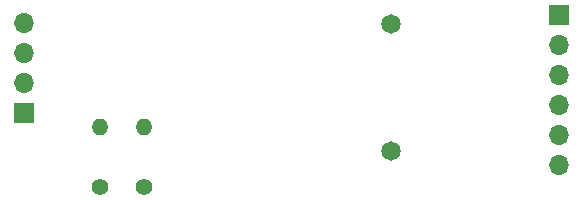
<source format=gbr>
%TF.GenerationSoftware,KiCad,Pcbnew,8.0.4*%
%TF.CreationDate,2024-09-07T22:41:43+02:00*%
%TF.ProjectId,PCB,5043422e-6b69-4636-9164-5f7063625858,rev?*%
%TF.SameCoordinates,Original*%
%TF.FileFunction,Soldermask,Bot*%
%TF.FilePolarity,Negative*%
%FSLAX46Y46*%
G04 Gerber Fmt 4.6, Leading zero omitted, Abs format (unit mm)*
G04 Created by KiCad (PCBNEW 8.0.4) date 2024-09-07 22:41:43*
%MOMM*%
%LPD*%
G01*
G04 APERTURE LIST*
%ADD10C,1.400000*%
%ADD11O,1.400000X1.400000*%
%ADD12R,1.700000X1.700000*%
%ADD13O,1.700000X1.700000*%
%ADD14C,1.650000*%
G04 APERTURE END LIST*
D10*
%TO.C,R2*%
X155610000Y-93140000D03*
D11*
X155610000Y-88060000D03*
%TD*%
%TO.C,R1*%
X151860000Y-88090000D03*
D10*
X151860000Y-93170000D03*
%TD*%
D12*
%TO.C,J3*%
X190730000Y-78600000D03*
D13*
X190730000Y-81140000D03*
X190730000Y-83680000D03*
X190730000Y-86220000D03*
X190730000Y-88760000D03*
X190730000Y-91300000D03*
%TD*%
D12*
%TO.C,J2*%
X145450000Y-86870000D03*
D13*
X145450000Y-84330000D03*
X145450000Y-81790000D03*
X145450000Y-79250000D03*
%TD*%
D14*
%TO.C,J1*%
X176520000Y-90140000D03*
X176520000Y-79370000D03*
%TD*%
M02*

</source>
